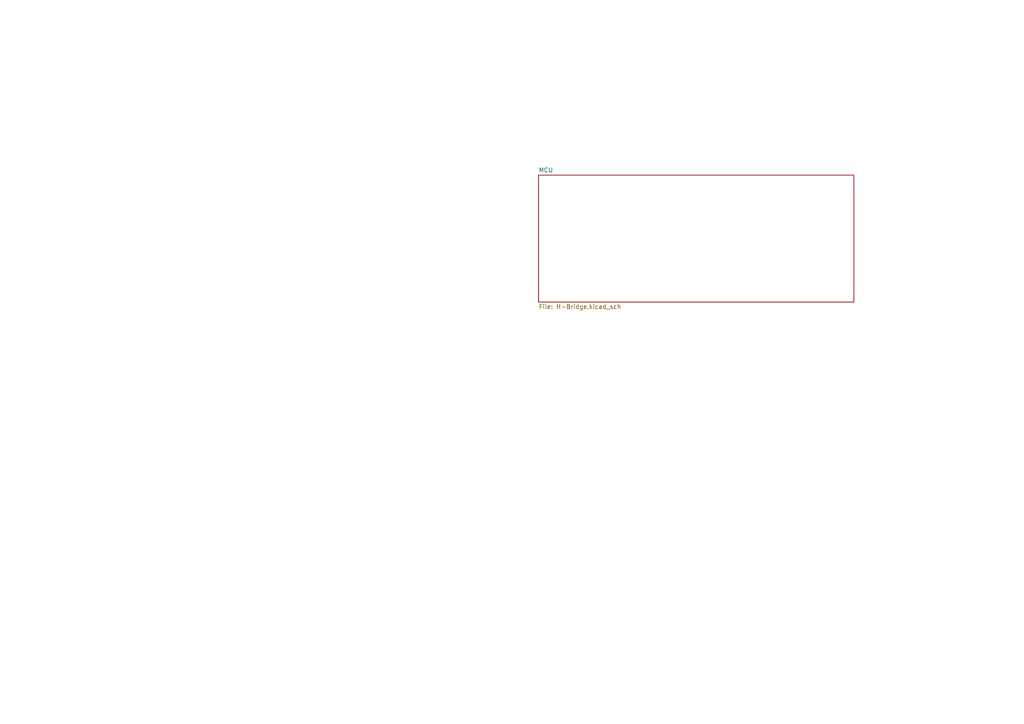
<source format=kicad_sch>
(kicad_sch
	(version 20250114)
	(generator "eeschema")
	(generator_version "9.0")
	(uuid "9d49a7f1-8254-4577-9243-2df57dda2580")
	(paper "A4")
	(lib_symbols)
	(sheet
		(at 156.21 50.8)
		(size 91.44 36.83)
		(exclude_from_sim no)
		(in_bom yes)
		(on_board yes)
		(dnp no)
		(fields_autoplaced yes)
		(stroke
			(width 0.1524)
			(type solid)
		)
		(fill
			(color 0 0 0 0.0000)
		)
		(uuid "84ee62e2-b5ac-4fde-ab06-7c8d6f2a7294")
		(property "Sheetname" "MCU"
			(at 156.21 50.0884 0)
			(effects
				(font
					(size 1.27 1.27)
				)
				(justify left bottom)
			)
		)
		(property "Sheetfile" "H-Bridge.kicad_sch"
			(at 156.21 88.2146 0)
			(effects
				(font
					(size 1.27 1.27)
				)
				(justify left top)
			)
		)
		(instances
			(project "capstone"
				(path "/9d49a7f1-8254-4577-9243-2df57dda2580"
					(page "2")
				)
			)
		)
	)
	(sheet_instances
		(path "/"
			(page "1")
		)
	)
	(embedded_fonts no)
)

</source>
